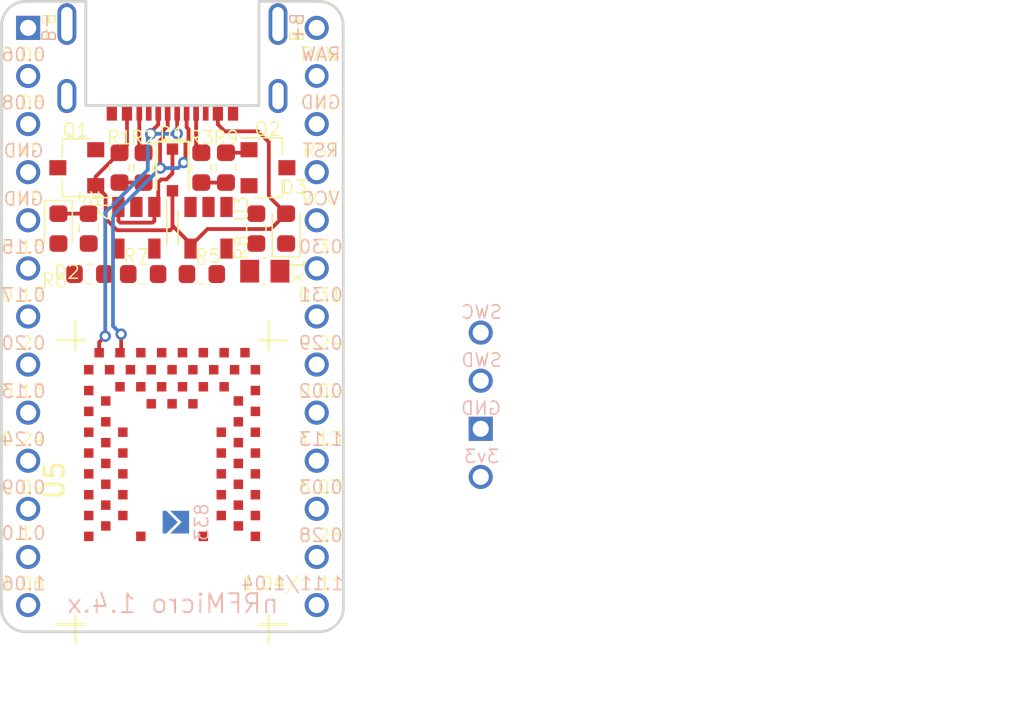
<source format=kicad_pcb>
(kicad_pcb (version 20211014) (generator pcbnew)
  (layers (0 "F.Cu" signal) (31 "B.Cu" signal) (34 "B.Paste" user) (35 "F.Paste" user) (36 "B.SilkS" user "B.Silkscreen") (37 "F.SilkS" user "F.Silkscreen") (38 "B.Mask" user) (39 "F.Mask" user) (44 "Edge.Cuts" user))
  (net 0 "")
  (net 1 "GND")
  (net 2 "RESET")
  (net 3 "/P0.02")
  (net 4 "/P0.29")
  (net 5 "/P0.30")
  (net 6 "/P0.31")
  (net 7 "/P0.10")
  (net 8 "/P0.09")
  (net 9 "VBUS")
  (net 10 "VBAT")
  (net 11 "DATA+")
  (net 12 "DATA-")
  (net 13 "/P1.13")
  (net 14 "/P1.11")
  (net 15 "/P0.20")
  (net 16 "/P0.13")
  (net 17 "/P0.15")
  (net 18 "/P0.17")
  (net 19 "/P0.24")
  (net 20 "BLUE_LED")
  (net 21 "/P0.03")
  (net 22 "/P0.28")
  (net 23 "/P0.00")
  (net 24 "/P0.01")
  (net 25 "/P1.06")
  (net 26 "/P1.04")
  (net 27 "SWC")
  (net 28 "SWD")
  (net 29 "POWER_PIN")
  (net 30 "/P0.26")
  (net 31 "CC2")
  (net 32 "CC1")
  (net 33 "EXT_VCC")
  (net 34 "Net-(D2-Pad1)")
  (net 35 "Net-(R5-Pad1)")
  (net 36 "BATTERY_PIN")
  (net 37 "Net-(R8-Pad2)")
  (net 38 "Net-(D1-Pad1)")
  (net 39 "Net-(D3-Pad1)")
  (net 40 "nRF_VDD")
  (net 41 "/P0.08")
  (net 42 "PROG")
  (net 43 "/P0.06")
  (net 45 "/P0.07")
  (net 47 "/P0.12")
  (net 49 "/P0.22")
  (net 50 "/P1.00")
  (net 51 "/P1.02")
  (footprint "nrfmicro:pro_micro" (layer "F.Cu") (at 27.7216 36.51)
    (fp_text reference "U4")
    (fp_text value "ProMicro" hide)
    (fp_text user "0.30" (at 7.8375 -4.953) (layer "B.SilkS") (effects (font (size 0.7 0.7) (thickness 0.08)) (justify mirror)))
    (fp_text user "0.15" (at -7.8613 -4.9403 180) (layer "B.SilkS") (effects (font (size 0.7 0.7) (thickness 0.08)) (justify mirror)))
    (fp_text user "RAW" (at 7.8375 -15.113) (layer "B.SilkS") (effects (font (size 0.7 0.7) (thickness 0.08)) (justify mirror)))
    (fp_text user "1.06" (at -7.8613 12.8397) (layer "B.SilkS") (effects (font (size 0.7 0.7) (thickness 0.08)) (justify mirror)))
    (fp_text user "0.09" (at -7.8613 7.7597) (layer "B.SilkS") (effects (font (size 0.7 0.7) (thickness 0.08)) (justify mirror)))
    (fp_text user "0.03" (at 7.8375 7.747 180) (layer "B.SilkS") (effects (font (size 0.7 0.7) (thickness 0.08)) (justify mirror)))
    (fp_text user "1.13" (at 7.8375 5.207) (layer "B.SilkS") (effects (font (size 0.7 0.7) (thickness 0.08)) (justify mirror)))
    (fp_text user "0.28" (at 7.8375 10.287) (layer "B.SilkS") (effects (font (size 0.7 0.7) (thickness 0.08)) (justify mirror)))
    (fp_text user "RST" (at 7.8375 -10.033 180) (layer "B.SilkS") (effects (font (size 0.7 0.7) (thickness 0.08)) (justify mirror)))
    (fp_text user "0.29" (at 7.8375 0.127) (layer "B.SilkS") (effects (font (size 0.7 0.7) (thickness 0.08)) (justify mirror)))
    (fp_text user "0.06" (at -7.8613 -15.1003) (layer "B.SilkS") (effects (font (size 0.7 0.7) (thickness 0.08)) (justify mirror)))
    (fp_text user "0.13" (at -7.8613 2.6797) (layer "B.SilkS") (effects (font (size 0.7 0.7) (thickness 0.08)) (justify mirror)))
    (fp_text user "0.20" (at -7.8613 0.1397 180) (layer "B.SilkS") (effects (font (size 0.7 0.7) (thickness 0.08)) (justify mirror)))
    (fp_text user "GND" (at -7.8613 -7.4803 180) (layer "B.SilkS") (effects (font (size 0.7 0.7) (thickness 0.08)) (justify mirror)))
    (fp_text user "GND" (at -7.8613 -10.0203 180) (layer "B.SilkS") (effects (font (size 0.7 0.7) (thickness 0.08)) (justify mirror)))
    (fp_text user "0.17" (at -7.8613 -2.4003) (layer "B.SilkS") (effects (font (size 0.7 0.7) (thickness 0.08)) (justify mirror)))
    (fp_text user "0.31" (at 7.8375 -2.413) (layer "B.SilkS") (effects (font (size 0.7 0.7) (thickness 0.08)) (justify mirror)))
    (fp_text user "1.11/1.04" (at 6.347933 12.827) (layer "B.SilkS") (effects (font (size 0.7 0.7) (thickness 0.08)) (justify mirror)))
    (fp_text user "0.08" (at -7.8613 -12.5603 180) (layer "B.SilkS") (effects (font (size 0.7 0.7) (thickness 0.08)) (justify mirror)))
    (fp_text user "0.24" (at -7.8613 5.2197 180) (layer "B.SilkS") (effects (font (size 0.7 0.7) (thickness 0.08)) (justify mirror)))
    (fp_text user "VCC" (at 7.8375 -7.493) (layer "B.SilkS") (effects (font (size 0.7 0.7) (thickness 0.08)) (justify mirror)))
    (fp_text user "GND" (at 7.8375 -12.573) (layer "B.SilkS") (effects (font (size 0.7 0.7) (thickness 0.08)) (justify mirror)))
    (fp_text user "0.02" (at 7.8375 2.667) (layer "B.SilkS") (effects (font (size 0.7 0.7) (thickness 0.08)) (justify mirror)))
    (fp_text user "0.10" (at -7.8613 10.1727 180) (layer "B.SilkS") (effects (font (size 0.7 0.7) (thickness 0.08)) (justify mirror)))
    (fp_text user "0.24" (at -7.8867 5.2197 180) (layer "F.SilkS") (effects (font (size 0.7 0.7) (thickness 0.08))))
    (fp_text user "VCC" (at 7.8105 -7.493) (layer "F.SilkS") (effects (font (size 0.7 0.7) (thickness 0.08))))
    (fp_text user "0.28" (at 7.8105 10.287) (layer "F.SilkS") (effects (font (size 0.7 0.7) (thickness 0.08))))
    (fp_text user "0.20" (at -7.8867 0.1397 180) (layer "F.SilkS") (effects (font (size 0.7 0.7) (thickness 0.08))))
    (fp_text user "0.06" (at -7.8867 -15.1003) (layer "F.SilkS") (effects (font (size 0.7 0.7) (thickness 0.08))))
    (fp_text user "0.31" (at 7.8105 -2.413) (layer "F.SilkS") (effects (font (size 0.7 0.7) (thickness 0.08))))
    (fp_text user "1.04/1.11" (at 6.347933 12.827) (layer "F.SilkS") (effects (font (size 0.7 0.7) (thickness 0.08))))
    (fp_text user "0.17" (at -7.8867 -2.4003) (layer "F.SilkS") (effects (font (size 0.7 0.7) (thickness 0.08))))
    (fp_text user "GND" (at -7.8867 -10.0203 180) (layer "F.SilkS") (effects (font (size 0.7 0.7) (thickness 0.08))))
    (fp_text user "0.13" (at -7.8867 2.6797) (layer "F.SilkS") (effects (font (size 0.7 0.7) (thickness 0.08))))
    (fp_text user "0.08" (at -7.8867 -12.5603 180) (layer "F.SilkS") (effects (font (size 0.7 0.7) (thickness 0.08))))
    (fp_text user "RAW" (at 7.8105 -15.113) (layer "F.SilkS") (effects (font (size 0.7 0.7) (thickness 0.08))))
    (fp_text user "1.13" (at 7.8105 5.207) (layer "F.SilkS") (effects (font (size 0.7 0.7) (thickness 0.08))))
    (fp_text user "0.15" (at -7.8867 -4.9403 180) (layer "F.SilkS") (effects (font (size 0.7 0.7) (thickness 0.08))))
    (fp_text user "0.29" (at 7.8105 0.127) (layer "F.SilkS") (effects (font (size 0.7 0.7) (thickness 0.08))))
    (fp_text user "RST" (at 7.8105 -10.033 180) (layer "F.SilkS") (effects (font (size 0.7 0.7) (thickness 0.08))))
    (fp_text user "GND" (at -7.8867 -7.4803 180) (layer "F.SilkS") (effects (font (size 0.7 0.7) (thickness 0.08))))
    (fp_text user "0.30" (at 7.8105 -4.953) (layer "F.SilkS") (effects (font (size 0.7 0.7) (thickness 0.08))))
    (fp_text user "GND" (at 7.8105 -12.573) (layer "F.SilkS") (effects (font (size 0.7 0.7) (thickness 0.08))))
    (fp_text user "1.06" (at -7.8867 12.8397) (layer "F.SilkS") (effects (font (size 0.7 0.7) (thickness 0.08))))
    (fp_text user "0.09" (at -7.8867 7.7597) (layer "F.SilkS") (effects (font (size 0.7 0.7) (thickness 0.08))))
    (fp_text user "0.10" (at -7.8867 10.1727 180) (layer "F.SilkS") (effects (font (size 0.7 0.7) (thickness 0.08))))
    (fp_text user "0.03" (at 7.8105 7.747 180) (layer "F.SilkS") (effects (font (size 0.7 0.7) (thickness 0.08))))
    (fp_text user "0.02" (at 7.8105 2.667) (layer "F.SilkS") (effects (font (size 0.7 0.7) (thickness 0.08))))
    (pad "1" thru_hole circle locked (at 7.62 -13.97 270) (size 1.25 1.25) (drill 0.85) (layers *.Cu *.Mask) (net 10 "VBAT"))
    (pad "2" thru_hole circle locked (at 7.62 -11.43 270) (size 1.27 1.27) (drill 0.85) (layers *.Cu *.Mask) (net 1 "GND"))
    (pad "3" thru_hole circle locked (at 7.62 -8.89 270) (size 1.27 1.27) (drill 0.85) (layers *.Cu *.Mask) (net 2 "RESET"))
    (pad "4" thru_hole circle locked (at 7.62 -6.35 270) (size 1.27 1.27) (drill 0.85) (layers *.Cu *.Mask) (net 33 "EXT_VCC"))
    (pad "5" thru_hole circle locked (at 7.62 -3.81 270) (size 1.27 1.27) (drill 0.85) (layers *.Cu *.Mask) (net 5 "/P0.30"))
    (pad "6" thru_hole circle locked (at 7.62 -1.27 270) (size 1.27 1.27) (drill 0.85) (layers *.Cu *.Mask) (net 6 "/P0.31"))
    (pad "7" thru_hole circle locked (at 7.62 1.27 270) (size 1.27 1.27) (drill 0.85) (layers *.Cu *.Mask) (net 4 "/P0.29"))
    (pad "8" thru_hole circle locked (at 7.62 3.81 270) (size 1.27 1.27) (drill 0.85) (layers *.Cu *.Mask) (net 3 "/P0.02"))
    (pad "9" thru_hole circle locked (at 7.62 6.35 270) (size 1.27 1.27) (drill 0.85) (layers *.Cu *.Mask) (net 13 "/P1.13"))
    (pad "10" thru_hole circle locked (at 7.62 8.89 270) (size 1.27 1.27) (drill 0.85) (layers *.Cu *.Mask) (net 21 "/P0.03"))
    (pad "11" thru_hole circle locked (at 7.62 11.43 270) (size 1.27 1.27) (drill 0.85) (layers *.Cu *.Mask) (net 22 "/P0.28"))
    (pad "12" thru_hole circle locked (at 7.62 13.97 270) (size 1.27 1.27) (drill 0.85) (layers *.Cu *.Mask) (net 14 "/P1.11"))
    (pad "13" thru_hole circle locked (at -7.62 -13.97 270) (size 1.27 1.27) (drill 0.85) (layers *.Cu *.Mask) (net 43 "/P0.06"))
    (pad "14" thru_hole circle locked (at -7.62 -11.43 270) (size 1.27 1.27) (drill 0.85) (layers *.Cu *.Mask) (net 41 "/P0.08"))
    (pad "15" thru_hole circle locked (at -7.62 -8.89 270) (size 1.27 1.27) (drill 0.85) (layers *.Cu *.Mask) (net 1 "GND"))
    (pad "16" thru_hole circle locked (at -7.62 -6.35 270) (size 1.27 1.27) (drill 0.85) (layers *.Cu *.Mask) (net 1 "GND"))
    (pad "17" thru_hole circle locked (at -7.62 -3.81 270) (size 1.27 1.27) (drill 0.85) (layers *.Cu *.Mask) (net 17 "/P0.15"))
    (pad "18" thru_hole circle locked (at -7.62 -1.27 270) (size 1.27 1.27) (drill 0.85) (layers *.Cu *.Mask) (net 18 "/P0.17"))
    (pad "19" thru_hole circle locked (at -7.62 1.27 270) (size 1.27 1.27) (drill 0.85) (layers *.Cu *.Mask) (net 15 "/P0.20"))
    (pad "20" thru_hole circle locked (at -7.62 3.81 270) (size 1.27 1.27) (drill 0.85) (layers *.Cu *.Mask) (net 16 "/P0.13"))
    (pad "21" thru_hole circle locked (at -7.62 6.35 270) (size 1.27 1.27) (drill 0.85) (layers *.Cu *.Mask) (net 19 "/P0.24"))
    (pad "22" thru_hole circle locked (at -7.62 8.89 270) (size 1.27 1.27) (drill 0.85) (layers *.Cu *.Mask) (net 8 "/P0.09"))
    (pad "23" thru_hole circle locked (at -7.62 11.43 270) (size 1.27 1.27) (drill 0.85) (layers *.Cu *.Mask) (net 7 "/P0.10"))
    (pad "24" thru_hole circle locked (at -7.62 13.97 270) (size 1.27 1.27) (drill 0.85) (layers *.Cu *.Mask) (net 25 "/P1.06"))
  )
  (footprint "Package_TO_SOT_SMD:SOT-23" (layer "F.Cu") (at 32.766 27.3845)
    (fp_text reference "Q2" (at -0.016 -2.0345) (layer "F.SilkS") (effects (font (size 0.7 0.7) (thickness 0.08))))
    (fp_text value "AO3407")
    (fp_line (start 0.76 -1.58) (end 0.76 -0.65) (layer "F.SilkS") (width 0.08))
    (fp_line (start 0.76 1.58) (end -0.7 1.58) (layer "F.SilkS") (width 0.08))
    (fp_line (start 0.76 1.58) (end 0.76 0.65) (layer "F.SilkS") (width 0.08))
    (fp_line (start 0.76 -1.58) (end -1.4 -1.58) (layer "F.SilkS") (width 0.08))
    (pad "1" smd rect locked (at -1 -0.95) (size 0.9 0.8) (layers "F.Cu" "F.Paste" "F.Mask") (net 29 "POWER_PIN"))
    (pad "2" smd rect locked (at -1 0.95) (size 0.9 0.8) (layers "F.Cu" "F.Paste" "F.Mask") (net 40 "nRF_VDD"))
    (pad "3" smd rect locked (at 1 0) (size 0.9 0.8) (layers "F.Cu" "F.Paste" "F.Mask") (net 33 "EXT_VCC"))
  )
  (footprint "Diode_SMD:D_SOD-323F" (layer "F.Cu") (at 27.7216 27.502 -90)
    (fp_text reference "D1" (at -1.9205 0.0216 180) (layer "F.SilkS") (effects (font (size 0.7 0.7) (thickness 0.08))))
    (fp_text value "1N5819")
    (fp_line (start -1.5 -0.85) (end 1.05 -0.85) (layer "F.SilkS") (width 0.12))
    (fp_line (start -1.5 0.85) (end 1.05 0.85) (layer "F.SilkS") (width 0.12))
    (fp_line (start -1.5 -0.85) (end -1.5 0.85) (layer "F.SilkS") (width 0.12))
    (pad "1" smd rect locked (at -1.1 0 270) (size 0.6 0.6) (layers "F.Cu" "F.Paste" "F.Mask") (net 38 "Net-(D1-Pad1)"))
    (pad "2" smd rect locked (at 1.1 0 270) (size 0.6 0.6) (layers "F.Cu" "F.Paste" "F.Mask") (net 9 "VBUS"))
  )
  (footprint "Resistor_SMD:R_0603_1608Metric" (layer "F.Cu") (at 23.3375 33)
    (fp_text reference "R6" (at -1.8375 0.35) (layer "F.SilkS") (effects (font (size 0.7 0.7) (thickness 0.08))))
    (fp_text value "820K")
    (fp_line (start -0.162779 -0.51) (end 0.162779 -0.51) (layer "F.SilkS") (width 0.08))
    (fp_line (start -0.162779 0.51) (end 0.162779 0.51) (layer "F.SilkS") (width 0.08))
    (pad "1" smd roundrect locked (at -0.7875 0) (size 0.875 0.95) (layers "F.Cu" "F.Paste" "F.Mask") (net 10 "VBAT"))
    (pad "2" smd roundrect locked (at 0.7875 0) (size 0.875 0.95) (layers "F.Cu" "F.Paste" "F.Mask") (net 36 "BATTERY_PIN"))
  )
  (footprint "Resistor_SMD:R_0603_1608Metric" (layer "F.Cu") (at 26.175 33)
    (fp_text reference "R7" (at -0.375 -0.95) (layer "F.SilkS") (effects (font (size 0.7 0.7) (thickness 0.08))))
    (fp_text value "2M")
    (fp_line (start -0.162779 0.51) (end 0.162779 0.51) (layer "F.SilkS") (width 0.08))
    (fp_line (start -0.162779 -0.51) (end 0.162779 -0.51) (layer "F.SilkS") (width 0.08))
    (pad "1" smd roundrect locked (at -0.7875 0) (size 0.875 0.95) (layers "F.Cu" "F.Paste" "F.Mask") (net 36 "BATTERY_PIN"))
    (pad "2" smd roundrect locked (at 0.7875 0) (size 0.875 0.95) (layers "F.Cu" "F.Paste" "F.Mask") (net 1 "GND"))
  )
  (footprint "Package_TO_SOT_SMD:SOT-23" (layer "F.Cu") (at 22.6695 27.3845 180)
    (fp_text reference "Q1" (at 0.0695 1.9845) (layer "F.SilkS") (effects (font (size 0.7 0.7) (thickness 0.08))))
    (fp_text value "AO3407" hide)
    (fp_line (start 0.762 -1.524) (end 0.762 -0.594) (layer "F.SilkS") (width 0.08))
    (fp_line (start 0.76 -1.524) (end -1.4 -1.524) (layer "F.SilkS") (width 0.08))
    (fp_line (start 0.76 1.524) (end -0.7 1.524) (layer "F.SilkS") (width 0.08))
    (fp_line (start 0.76 1.524) (end 0.76 0.594) (layer "F.SilkS") (width 0.08))
    (pad "1" smd rect locked (at -1 -0.95 180) (size 0.9 0.8) (layers "F.Cu" "F.Paste" "F.Mask") (net 9 "VBUS"))
    (pad "2" smd rect locked (at -1 0.95 180) (size 0.9 0.8) (layers "F.Cu" "F.Paste" "F.Mask") (net 38 "Net-(D1-Pad1)"))
    (pad "3" smd rect locked (at 1 0 180) (size 0.9 0.8) (layers "F.Cu" "F.Paste" "F.Mask") (net 10 "VBAT"))
  )
  (footprint "Resistor_SMD:R_0603_1608Metric" (layer "F.Cu") (at 23.3 30.6 -90)
    (fp_text reference "R4" (at -1.625 0 -180 unlocked) (layer "F.SilkS") (effects (font (size 0.7 0.7) (thickness 0.08))))
    (fp_text value "1K")
    (fp_line (start -0.162779 0.51) (end 0.162779 0.51) (layer "F.SilkS") (width 0.08))
    (fp_line (start -0.162779 -0.51) (end 0.162779 -0.51) (layer "F.SilkS") (width 0.08))
    (pad "1" smd roundrect locked (at -0.7875 0 270) (size 0.875 0.95) (layers "F.Cu" "F.Paste" "F.Mask") (net 34 "Net-(D2-Pad1)"))
    (pad "2" smd roundrect locked (at 0.7875 0 270) (size 0.875 0.95) (layers "F.Cu" "F.Paste" "F.Mask") (net 1 "GND"))
  )
  (footprint "Resistor_SMD:R_0603_1608Metric" (layer "F.Cu") (at 26.1976 27.382 -90)
    (fp_text reference "R2" (at -1.582 -0.0024) (layer "F.SilkS") (effects (font (size 0.7 0.7) (thickness 0.08))))
    (fp_text value "5.1K")
    (fp_line (start -0.162779 0.51) (end 0.162779 0.51) (layer "F.SilkS") (width 0.08))
    (fp_line (start -0.162779 -0.51) (end 0.162779 -0.51) (layer "F.SilkS") (width 0.08))
    (pad "1" smd roundrect locked (at -0.7875 0 270) (size 0.875 0.95) (layers "F.Cu" "F.Paste" "F.Mask") (net 31 "CC2"))
    (pad "2" smd roundrect locked (at 0.7875 0 270) (size 0.875 0.95) (layers "F.Cu" "F.Paste" "F.Mask") (net 1 "GND"))
  )
  (footprint "Resistor_SMD:R_0603_1608Metric" (layer "F.Cu") (at 29.2456 27.382 -90)
    (fp_text reference "R3" (at -1.582 -0.0044 180) (layer "F.SilkS") (effects (font (size 0.7 0.7) (thickness 0.08))))
    (fp_text value "5.1K")
    (fp_line (start -0.162779 0.51) (end 0.162779 0.51) (layer "F.SilkS") (width 0.08))
    (fp_line (start -0.162779 -0.51) (end 0.162779 -0.51) (layer "F.SilkS") (width 0.08))
    (pad "1" smd roundrect locked (at -0.7875 0 270) (size 0.875 0.95) (layers "F.Cu" "F.Paste" "F.Mask") (net 32 "CC1"))
    (pad "2" smd roundrect locked (at 0.7875 0 270) (size 0.875 0.95) (layers "F.Cu" "F.Paste" "F.Mask") (net 1 "GND"))
  )
  (footprint "LED_SMD:LED_0603_1608Metric" (layer "F.Cu") (at 21.7 30.6 -90)
    (fp_text reference "D2" (at 2.3 -0.45) (layer "F.SilkS") (effects (font (size 0.7 0.7) (thickness 0.08))))
    (fp_text value "BLUE")
    (fp_line (start -1.485 -0.735) (end -1.485 0.735) (layer "F.SilkS") (width 0.08))
    (fp_line (start 0.8 -0.735) (end -1.485 -0.735) (layer "F.SilkS") (width 0.08))
    (fp_line (start -1.485 0.735) (end 0.8 0.735) (layer "F.SilkS") (width 0.08))
    (pad "1" smd roundrect locked (at -0.7875 0 270) (size 0.875 0.95) (layers "F.Cu" "F.Paste" "F.Mask") (net 34 "Net-(D2-Pad1)"))
    (pad "2" smd roundrect locked (at 0.7875 0 270) (size 0.875 0.95) (layers "F.Cu" "F.Paste" "F.Mask") (net 20 "BLUE_LED"))
  )
  (footprint "Resistor_SMD:R_0603_1608Metric" (layer "F.Cu") (at 24.9276 27.382 -90)
    (fp_text reference "R1" (at -1.582 -0.0024 180) (layer "F.SilkS") (effects (font (size 0.7 0.7) (thickness 0.08))))
    (fp_text value "100K")
    (fp_line (start -0.162779 -0.51) (end 0.162779 -0.51) (layer "F.SilkS") (width 0.08))
    (fp_line (start -0.162779 0.51) (end 0.162779 0.51) (layer "F.SilkS") (width 0.08))
    (pad "1" smd roundrect locked (at -0.7875 0 270) (size 0.875 0.95) (layers "F.Cu" "F.Paste" "F.Mask") (net 9 "VBUS"))
    (pad "2" smd roundrect locked (at 0.7875 0 270) (size 0.875 0.95) (layers "F.Cu" "F.Paste" "F.Mask") (net 1 "GND"))
  )
  (footprint "Package_TO_SOT_SMD:SOT-23-5" (layer "F.Cu") (at 29.6266 30.557 -90)
    (fp_text reference "U3" (at -1.007 -1.7234 90) (layer "F.SilkS") (effects (font (size 0.7 0.7) (thickness 0.08))))
    (fp_text value "TP4054")
    (fp_line (start -0.9 1.61) (end 0.9 1.61) (layer "F.SilkS") (width 0.08))
    (pad "1" smd rect locked (at -1.1 -0.95 270) (size 1.06 0.65) (layers "F.Cu" "F.Paste" "F.Mask") (net 37 "Net-(R8-Pad2)"))
    (pad "2" smd rect locked (at -1.1 0 270) (size 1.06 0.65) (layers "F.Cu" "F.Paste" "F.Mask") (net 1 "GND"))
    (pad "3" smd rect locked (at -1.1 0.95 270) (size 1.06 0.65) (layers "F.Cu" "F.Paste" "F.Mask") (net 10 "VBAT"))
    (pad "4" smd rect locked (at 1.1 0.95 270) (size 1.06 0.65) (layers "F.Cu" "F.Paste" "F.Mask") (net 9 "VBUS"))
    (pad "5" smd rect locked (at 1.1 -0.95 270) (size 1.06 0.65) (layers "F.Cu" "F.Paste" "F.Mask") (net 35 "Net-(R5-Pad1)"))
  )
  (footprint "Resistor_SMD:R_0603_1608Metric" (layer "F.Cu") (at 29.275 33 180)
    (fp_text reference "R5" (at -0.325 0.95) (layer "F.SilkS") (effects (font (size 0.7 0.7) (thickness 0.08))))
    (fp_text value "RPROG")
    (fp_line (start -0.162779 0.51) (end 0.162779 0.51) (layer "F.SilkS") (width 0.08))
    (fp_line (start -0.162779 -0.51) (end 0.162779 -0.51) (layer "F.SilkS") (width 0.08))
    (pad "1" smd roundrect locked (at -0.7875 0 180) (size 0.875 0.95) (layers "F.Cu" "F.Paste" "F.Mask") (net 35 "Net-(R5-Pad1)"))
    (pad "2" smd roundrect locked (at 0.7875 0 180) (size 0.875 0.95) (layers "F.Cu" "F.Paste" "F.Mask") (net 1 "GND"))
  )
  (footprint "Resistor_SMD:R_0603_1608Metric" (layer "F.Cu") (at 30.55 27.382 -90)
    (fp_text reference "R9" (at -1.582 0 180) (layer "F.SilkS") (effects (font (size 0.7 0.7) (thickness 0.08))))
    (fp_text value "2M")
    (fp_line (start -0.162779 -0.51) (end 0.162779 -0.51) (layer "F.SilkS") (width 0.08))
    (fp_line (start -0.162779 0.51) (end 0.162779 0.51) (layer "F.SilkS") (width 0.08))
    (pad "1" smd roundrect locked (at -0.7875 0 270) (size 0.875 0.95) (layers "F.Cu" "F.Paste" "F.Mask") (net 29 "POWER_PIN"))
    (pad "2" smd roundrect locked (at 0.7875 0 270) (size 0.875 0.95) (layers "F.Cu" "F.Paste" "F.Mask") (net 1 "GND"))
  )
  (footprint "nrfmicro:connector_bat" (layer "F.Cu") (at 27.7216 20 180)
    (fp_text reference "J3")
    (fp_text value "Conn_01x02")
    (fp_text user "B-" (at 6.5716 0.0216 270 unlocked) (layer "B.SilkS") (effects (font (size 0.7 0.7) (thickness 0.08)) (justify mirror)))
    (fp_text user "B+" (at -6.5784 0.021599 90) (layer "B.SilkS") (effects (font (size 0.7 0.7) (thickness 0.08)) (justify mirror)))
    (fp_text user "B-" (at 6.5716 0.0216 270 unlocked) (layer "F.SilkS") (effects (font (size 0.7 0.7) (thickness 0.08))))
    (fp_text user "B+" (at -6.5784 0.021599 90) (layer "F.SilkS") (effects (font (size 0.7 0.7) (thickness 0.08))))
    (pad "1" thru_hole circle locked (at -7.62 0 270) (size 1.27 1.27) (drill 0.85) (layers *.Cu *.Mask) (net 10 "VBAT"))
    (pad "2" thru_hole rect locked (at 7.62 0 180) (size 1.27 1.27) (drill 0.85) (layers *.Cu *.Mask) (net 1 "GND"))
  )
  (footprint "nrfmicro:connector_swd" (layer "F.Cu") (at 44.002533 43.712775 180)
    (fp_text reference "J2" hide)
    (fp_text value "Conn_01x04")
    (fp_text user "3v3" (at -0.05 1.084 unlocked) (layer "B.SilkS") (effects (font (size 0.7 0.7) (thickness 0.08)) (justify mirror)))
    (fp_text user "SWC" (at -0.05 8.704 unlocked) (layer "B.SilkS") (effects (font (size 0.7 0.7) (thickness 0.08)) (justify mirror)))
    (fp_text user "SWD" (at -0.05 6.164 unlocked) (layer "B.SilkS") (effects (font (size 0.7 0.7) (thickness 0.08)) (justify mirror)))
    (fp_text user "GND" (at -0.016 3.624 unlocked) (layer "B.SilkS") (effects (font (size 0.7 0.7) (thickness 0.08)) (justify mirror)))
    (pad "1" thru_hole oval locked (at 0 0 180) (size 1.27 1.27) (drill 0.85) (layers *.Cu *.Mask) (net 40 "nRF_VDD"))
    (pad "2" thru_hole rect locked (at 0 2.54 180) (size 1.27 1.27) (drill 0.85) (layers *.Cu *.Mask) (net 1 "GND"))
    (pad "3" thru_hole oval locked (at 0 5.08 180) (size 1.27 1.27) (drill 0.85) (layers *.Cu *.Mask) (net 28 "SWD"))
    (pad "4" thru_hole oval locked (at 0 7.62 180) (size 1.27 1.27) (drill 0.85) (layers *.Cu *.Mask) (net 27 "SWC"))
  )
  (footprint "Package_TO_SOT_SMD:SOT-23-5" (layer "F.Cu") (at 25.8166 30.557 -90)
    (fp_text reference "U2" (at -1.057 1.7166 -90 unlocked) (layer "F.SilkS") (effects (font (size 0.7 0.7) (thickness 0.08))))
    (fp_text value "AP2112K-3.3")
    (fp_line (start 0.9 -1.61) (end -1.55 -1.61) (layer "F.SilkS") (width 0.08))
    (pad "1" smd rect locked (at -1.1 -0.95 270) (size 1.06 0.65) (layers "F.Cu" "F.Paste" "F.Mask") (net 38 "Net-(D1-Pad1)"))
    (pad "2" smd rect locked (at -1.1 0 270) (size 1.06 0.65) (layers "F.Cu" "F.Paste" "F.Mask") (net 1 "GND"))
    (pad "3" smd rect locked (at -1.1 0.95 270) (size 1.06 0.65) (layers "F.Cu" "F.Paste" "F.Mask") (net 38 "Net-(D1-Pad1)"))
    (pad "4" smd rect locked (at 1.1 0.95 270) (size 1.06 0.65) (layers "F.Cu" "F.Paste" "F.Mask"))
    (pad "5" smd rect locked (at 1.1 -0.95 270) (size 1.06 0.65) (layers "F.Cu" "F.Paste" "F.Mask") (net 40 "nRF_VDD"))
  )
  (footprint "Crystal:Crystal_SMD_MicroCrystal_CM9V-T1A-2Pin_1.6x1.0mm" (layer "F.Cu") (at 32.6 32.85)
    (fp_text reference "X1" (at 1.75 0 90) (layer "F.SilkS") (effects (font (size 0.7 0.7) (thickness 0.08))))
    (fp_text value "32768kHz")
    (fp_line (start -0.1 0.7) (end 0.1 0.7) (layer "F.SilkS") (width 0.08))
    (fp_line (start -0.1 -0.7) (end 0.1 -0.7) (layer "F.SilkS") (width 0.08))
    (pad "1" smd rect locked (at -0.8 0) (size 1 1.2) (layers "F.Cu" "F.Paste" "F.Mask") (net 24 "/P0.01"))
    (pad "2" smd rect locked (at 0.8 0) (size 1 1.2) (layers "F.Cu" "F.Paste" "F.Mask") (net 23 "/P0.00"))
  )
  (footprint "Resistor_SMD:R_0603_1608Metric" (layer "F.Cu") (at 32.15 30.6 90)
    (fp_text reference "R8" (at -1 -0.8 270) (layer "F.SilkS") (effects (font (size 0.7 0.7) (thickness 0.08))))
    (fp_text value "1K")
    (fp_line (start -0.162779 0.51) (end 0.162779 0.51) (layer "F.SilkS") (width 0.08))
    (fp_line (start -0.162779 -0.51) (end 0.162779 -0.51) (layer "F.SilkS") (width 0.08))
    (pad "1" smd roundrect locked (at -0.7875 0 90) (size 0.875 0.95) (layers "F.Cu" "F.Paste" "F.Mask") (net 39 "Net-(D3-Pad1)"))
    (pad "2" smd roundrect locked (at 0.7875 0 90) (size 0.875 0.95) (layers "F.Cu" "F.Paste" "F.Mask") (net 37 "Net-(R8-Pad2)"))
  )
  (footprint "LED_SMD:LED_0603_1608Metric" (layer "F.Cu") (at 33.725 30.6 90)
    (fp_text reference "D3" (at 2.2 0.425 180) (layer "F.SilkS") (effects (font (size 0.7 0.7) (thickness 0.08))))
    (fp_text value "RED")
    (fp_line (start -1.485 -0.735) (end -1.485 0.735) (layer "F.SilkS") (width 0.08))
    (fp_line (start 0.8 -0.735) (end -1.485 -0.735) (layer "F.SilkS") (width 0.08))
    (fp_line (start -1.485 0.735) (end 0.8 0.735) (layer "F.SilkS") (width 0.08))
    (pad "1" smd roundrect locked (at -0.7875 0 90) (size 0.875 0.95) (layers "F.Cu" "F.Paste" "F.Mask") (net 39 "Net-(D3-Pad1)"))
    (pad "2" smd roundrect locked (at 0.7875 0 90) (size 0.875 0.95) (layers "F.Cu" "F.Paste" "F.Mask") (net 9 "VBUS"))
  )
  (footprint "nrfmicro:USB-C_C168688" (layer "F.Cu") (at 27.72645 24.09875)
    (fp_text reference "J1" hide)
    (fp_text value "USB-C USB 2.0 MC-372")
    (pad "A1" smd rect (at 3.195 0.4) (size 0.54 0.8) (layers "F.Cu" "F.Paste" "F.Mask") (net 1 "GND") (clearance 0.15))
    (pad "A1" smd rect (at -3.205 0.4) (size 0.54 0.8) (layers "F.Cu" "F.Paste" "F.Mask") (net 1 "GND") (clearance 0.15))
    (pad "A4" smd rect (at -2.405 0.4) (size 0.54 0.8) (layers "F.Cu" "F.Paste" "F.Mask") (net 9 "VBUS") (clearance 0.15))
    (pad "A4" smd rect (at 2.395 0.4) (size 0.54 0.8) (layers "F.Cu" "F.Paste" "F.Mask") (net 9 "VBUS") (clearance 0.15))
    (pad "A5" smd rect (at 1.245 0.4) (size 0.3 0.8) (layers "F.Cu" "F.Paste" "F.Mask") (net 32 "CC1") (clearance 0.15))
    (pad "A6" smd rect (at 0.245 0.4) (size 0.3 0.8) (layers "F.Cu" "F.Paste" "F.Mask") (net 11 "DATA+") (clearance 0.15))
    (pad "A7" smd rect (at -0.255 0.4) (size 0.3 0.8) (layers "F.Cu" "F.Paste" "F.Mask") (net 12 "DATA-") (clearance 0.15))
    (pad "A8" smd rect (at -1.255 0.4) (size 0.3 0.8) (layers "F.Cu" "F.Paste" "F.Mask") (clearance 0.15))
    (pad "B5" smd rect (at -1.755 0.4) (size 0.3 0.8) (layers "F.Cu" "F.Paste" "F.Mask") (net 31 "CC2") (clearance 0.15))
    (pad "B6" smd rect (at -0.755 0.4) (size 0.3 0.8) (layers "F.Cu" "F.Paste" "F.Mask") (net 11 "DATA+") (clearance 0.15))
    (pad "B7" smd rect (at 0.745 0.4) (size 0.3 0.8) (layers "F.Cu" "F.Paste" "F.Mask") (net 12 "DATA-") (clearance 0.15))
    (pad "B8" smd rect (at 1.753 0.4) (size 0.3 0.8) (layers "F.Cu" "F.Paste" "F.Mask") (clearance 0.15))
    (pad "S1" thru_hole oval (at -5.5803 -4.3) (size 1 2.2) (drill oval 0.6 1.8) (layers *.Cu *.Mask "F.Paste") (net 1 "GND"))
    (pad "S1" thru_hole oval (at 5.5703 -4.3) (size 1 2.2) (drill oval 0.6 1.8) (layers *.Cu *.Mask "F.Paste") (net 1 "GND"))
    (pad "S1" thru_hole oval (at 5.5706 -0.5) (size 1 1.8) (drill oval 0.6 1.4) (layers *.Cu *.Mask "F.Paste") (net 1 "GND"))
    (pad "S1" thru_hole oval (at -5.5803 -0.5) (size 1 1.8) (drill oval 0.6 1.4) (layers *.Cu *.Mask "F.Paste") (net 1 "GND"))
  )
  (footprint "nrfmicro:BMD-340" (layer "F.Cu") (at 27.702533 44.002775 90)
    (fp_text reference "U5" (at 0.1 -6.2 90) (layer "F.SilkS"))
    (fp_text value "BMD-340")
    (fp_line (start -7.5 -4.6) (end -7.5 -6.1) (layer "F.SilkS") (width 0.12))
    (fp_line (start 7 -5.1) (end 8.5 -5.1) (layer "F.SilkS") (width 0.12))
    (fp_line (start -7 -5.1) (end -8.5 -5.1) (layer "F.SilkS") (width 0.12))
    (fp_line (start 7 5.1) (end 8.5 5.1) (layer "F.SilkS") (width 0.12))
    (fp_line (start -7 5.1) (end -8.5 5.1) (layer "F.SilkS") (width 0.12))
    (fp_line (start 7.5 4.6) (end 7.5 6.1) (layer "F.SilkS") (width 0.12))
    (fp_line (start 7.5 -6.1) (end 7.5 -4.6) (layer "F.SilkS") (width 0.12))
    (fp_line (start -7.5 4.6) (end -7.5 6.1) (layer "F.SilkS") (width 0.12))
    (pad "1" smd rect locked (at -2.85 4.4 90) (size 0.5 0.5) (layers "F.Cu" "F.Paste" "F.Mask") (net 1 "GND"))
    (pad "2" smd rect locked (at -2.3 3.5 90) (size 0.5 0.5) (layers "F.Cu" "F.Paste" "F.Mask") (net 1 "GND"))
    (pad "3" smd rect locked (at -1.75 4.4 90) (size 0.5 0.5) (layers "F.Cu" "F.Paste" "F.Mask") (net 1 "GND"))
    (pad "4" smd rect locked (at -1.2 3.5 90) (size 0.5 0.5) (layers "F.Cu" "F.Paste" "F.Mask") (net 1 "GND"))
    (pad "5" smd rect locked (at -0.65 4.4 90) (size 0.5 0.5) (layers "F.Cu" "F.Paste" "F.Mask") (net 1 "GND"))
    (pad "6" smd rect locked (at -0.1 3.5 90) (size 0.5 0.5) (layers "F.Cu" "F.Paste" "F.Mask"))
    (pad "7" smd rect locked (at 0.45 4.4 90) (size 0.5 0.5) (layers "F.Cu" "F.Paste" "F.Mask") (net 30 "/P0.26"))
    (pad "8" smd rect locked (at 1 3.5 90) (size 0.5 0.5) (layers "F.Cu" "F.Paste" "F.Mask"))
    (pad "9" smd rect locked (at 1.55 4.4 90) (size 0.5 0.5) (layers "F.Cu" "F.Paste" "F.Mask") (net 22 "/P0.28"))
    (pad "10" smd rect locked (at 2.1 3.5 90) (size 0.5 0.5) (layers "F.Cu" "F.Paste" "F.Mask") (net 4 "/P0.29"))
    (pad "11" smd rect locked (at 2.65 4.4 90) (size 0.5 0.5) (layers "F.Cu" "F.Paste" "F.Mask") (net 5 "/P0.30"))
    (pad "12" smd rect locked (at 3.2 3.5 90) (size 0.5 0.5) (layers "F.Cu" "F.Paste" "F.Mask") (net 6 "/P0.31"))
    (pad "13" smd rect locked (at 3.75 4.4 90) (size 0.5 0.5) (layers "F.Cu" "F.Paste" "F.Mask") (net 23 "/P0.00"))
    (pad "14" smd rect locked (at 4.3 3.5 90) (size 0.5 0.5) (layers "F.Cu" "F.Paste" "F.Mask") (net 24 "/P0.01"))
    (pad "15" smd rect locked (at 4.85 4.4 90) (size 0.5 0.5) (layers "F.Cu" "F.Paste" "F.Mask") (net 3 "/P0.02"))
    (pad "16" smd rect locked (at 5.95 4.4 90) (size 0.5 0.5) (layers "F.Cu" "F.Paste" "F.Mask") (net 1 "GND"))
    (pad "17" smd rect locked (at 5.95 3.3 90) (size 0.5 0.5) (layers "F.Cu" "F.Paste" "F.Mask") (net 40 "nRF_VDD"))
    (pad "18" smd rect locked (at 5.05 2.75 90) (size 0.5 0.5) (layers "F.Cu" "F.Paste" "F.Mask") (net 1 "GND"))
    (pad "19" smd rect locked (at 5.95 2.2 90) (size 0.5 0.5) (layers "F.Cu" "F.Paste" "F.Mask") (net 21 "/P0.03"))
    (pad "20" smd rect locked (at 5.05 1.65 90) (size 0.5 0.5) (layers "F.Cu" "F.Paste" "F.Mask") (net 36 "BATTERY_PIN"))
    (pad "21" smd rect locked (at 5.95 1.1 90) (size 0.5 0.5) (layers "F.Cu" "F.Paste" "F.Mask") (net 42 "PROG"))
    (pad "22" smd rect locked (at 5.05 0.55 90) (size 0.5 0.5) (layers "F.Cu" "F.Paste" "F.Mask") (net 43 "/P0.06"))
    (pad "23" smd rect locked (at 5.95 0 90) (size 0.5 0.5) (layers "F.Cu" "F.Paste" "F.Mask") (net 45 "/P0.07"))
    (pad "24" smd rect locked (at 5.05 -0.55 90) (size 0.5 0.5) (layers "F.Cu" "F.Paste" "F.Mask") (net 41 "/P0.08"))
    (pad "25" smd rect locked (at 5.95 -1.1 90) (size 0.5 0.5) (layers "F.Cu" "F.Paste" "F.Mask") (net 8 "/P0.09"))
    (pad "26" smd rect locked (at 5.05 -1.65 90) (size 0.5 0.5) (layers "F.Cu" "F.Paste" "F.Mask") (net 7 "/P0.10"))
    (pad "27" smd rect locked (at 5.95 -2.2 90) (size 0.5 0.5) (layers "F.Cu" "F.Paste" "F.Mask"))
    (pad "28" smd rect locked (at 5.05 -2.75 90) (size 0.5 0.5) (layers "F.Cu" "F.Paste" "F.Mask") (net 47 "/P0.12"))
    (pad "29" smd rect locked (at 5.95 -3.3 90) (size 0.5 0.5) (layers "F.Cu" "F.Paste" "F.Mask") (net 1 "GND"))
    (pad "30" smd rect locked (at 5.95 -4.4 90) (size 0.5 0.5) (layers "F.Cu" "F.Paste" "F.Mask") (net 1 "GND"))
    (pad "31" smd rect locked (at 4.85 -4.4 90) (size 0.5 0.5) (layers "F.Cu" "F.Paste" "F.Mask") (net 16 "/P0.13"))
    (pad "32" smd rect locked (at 4.3 -3.5 90) (size 0.5 0.5) (layers "F.Cu" "F.Paste" "F.Mask"))
    (pad "33" smd rect locked (at 3.75 -4.4 90) (size 0.5 0.5) (layers "F.Cu" "F.Paste" "F.Mask") (net 17 "/P0.15"))
    (pad "34" smd rect locked (at 3.2 -3.5 90) (size 0.5 0.5) (layers "F.Cu" "F.Paste" "F.Mask"))
    (pad "35" smd rect locked (at 2.65 -4.4 90) (size 0.5 0.5) (layers "F.Cu" "F.Paste" "F.Mask") (net 18 "/P0.17"))
    (pad "36" smd rect locked (at 2.1 -3.5 90) (size 0.5 0.5) (layers "F.Cu" "F.Paste" "F.Mask"))
    (pad "37" smd rect locked (at 1.55 -4.4 90) (size 0.5 0.5) (layers "F.Cu" "F.Paste" "F.Mask"))
    (pad "38" smd rect locked (at 1 -3.5 90) (size 0.5 0.5) (layers "F.Cu" "F.Paste" "F.Mask") (net 15 "/P0.20"))
    (pad "39" smd rect locked (at 0.45 -4.4 90) (size 0.5 0.5) (layers "F.Cu" "F.Paste" "F.Mask") (net 2 "RESET"))
    (pad "40" smd rect locked (at -0.1 -3.5 90) (size 0.5 0.5) (layers "F.Cu" "F.Paste" "F.Mask") (net 49 "/P0.22"))
    (pad "41" smd rect locked (at -0.65 -4.4 90) (size 0.5 0.5) (layers "F.Cu" "F.Paste" "F.Mask"))
    (pad "42" smd rect locked (at -1.2 -3.5 90) (size 0.5 0.5) (layers "F.Cu" "F.Paste" "F.Mask") (net 19 "/P0.24"))
    (pad "43" smd rect locked (at -1.75 -4.4 90) (size 0.5 0.5) (layers "F.Cu" "F.Paste" "F.Mask") (net 27 "SWC"))
    (pad "44" smd rect locked (at -2.3 -3.5 90) (size 0.5 0.5) (layers "F.Cu" "F.Paste" "F.Mask") (net 28 "SWD"))
    (pad "45" smd rect locked (at -2.85 -4.4 90) (size 0.5 0.5) (layers "F.Cu" "F.Paste" "F.Mask") (net 1 "GND"))
    (pad "46" smd rect locked (at -2.85 -1.65 90) (size 0.5 0.5) (layers "F.Cu" "F.Paste" "F.Mask") (net 1 "GND"))
    (pad "47" smd rect locked (at -2.85 1.65 90) (size 0.5 0.5) (layers "F.Cu" "F.Paste" "F.Mask") (net 1 "GND"))
    (pad "48" smd rect locked (at -1.75 2.6 90) (size 0.5 0.5) (layers "F.Cu" "F.Paste" "F.Mask"))
    (pad "49" smd rect locked (at -0.65 2.6 90) (size 0.5 0.5) (layers "F.Cu" "F.Paste" "F.Mask") (net 25 "/P1.06"))
    (pad "50" smd rect locked (at 0.45 2.6 90) (size 0.5 0.5) (layers "F.Cu" "F.Paste" "F.Mask"))
    (pad "51" smd rect locked (at 1.55 2.6 90) (size 0.5 0.5) (layers "F.Cu" "F.Paste" "F.Mask"))
    (pad "52" smd rect locked (at 2.65 2.6 90) (size 0.5 0.5) (layers "F.Cu" "F.Paste" "F.Mask") (net 29 "POWER_PIN"))
    (pad "53" smd rect locked (at 4.15 1.1 90) (size 0.5 0.5) (layers "F.Cu" "F.Paste" "F.Mask") (net 20 "BLUE_LED"))
    (pad "54" smd rect locked (at 4.15 0 90) (size 0.5 0.5) (layers "F.Cu" "F.Paste" "F.Mask") (net 14 "/P1.11"))
    (pad "55" smd rect locked (at 4.15 -1.1 90) (size 0.5 0.5) (layers "F.Cu" "F.Paste" "F.Mask") (net 1 "GND"))
    (pad "56" smd rect locked (at 2.65 -2.6 90) (size 0.5 0.5) (layers "F.Cu" "F.Paste" "F.Mask") (net 50 "/P1.00"))
    (pad "57" smd rect locked (at 1.55 -2.6 90) (size 0.5 0.5) (layers "F.Cu" "F.Paste" "F.Mask"))
    (pad "58" smd rect locked (at 0.45 -2.6 90) (size 0.5 0.5) (layers "F.Cu" "F.Paste" "F.Mask") (net 51 "/P1.02"))
    (pad "59" smd rect locked (at -0.65 -2.6 90) (size 0.5 0.5) (layers "F.Cu" "F.Paste" "F.Mask"))
    (pad "60" smd rect locked (at -1.75 -2.6 90) (size 0.5 0.5) (layers "F.Cu" "F.Paste" "F.Mask") (net 26 "/P1.04"))
    (pad "61" smd rect locked (at 6.85 3.85 90) (size 0.5 0.5) (layers "F.Cu" "F.Paste" "F.Mask"))
    (pad "62" smd rect locked (at 6.85 2.75 90) (size 0.5 0.5) (layers "F.Cu" "F.Paste" "F.Mask") (net 13 "/P1.13"))
    (pad "63" smd rect locked (at 6.85 1.65 90) (size 0.5 0.5) (layers "F.Cu" "F.Paste" "F.Mask"))
    (pad "64" smd rect locked (at 6.85 0.55 90) (size 0.5 0.5) (layers "F.Cu" "F.Paste" "F.Mask"))
    (pad "65" smd rect locked (at 6.85 -0.55 90) (size 0.5 0.5) (layers "F.Cu" "F.Paste" "F.Mask") (net 40 "nRF_VDD"))
    (pad "66" smd rect locked (at 6.85 -1.65 90) (size 0.5 0.5) (layers "F.Cu" "F.Paste" "F.Mask") (net 9 "VBUS"))
    (pad "67" smd rect locked (at 6.85 -2.75 90) (size 0.5 0.5) (layers "F.Cu" "F.Paste" "F.Mask") (net 12 "DATA-"))
    (pad "68" smd rect locked (at 6.85 -3.85 90) (size 0.5 0.5) (layers "F.Cu" "F.Paste" "F.Mask") (net 11 "DATA+"))
  )
  (footprint "nrfmicro:Jumper_SMD" (layer "B.Cu") (at 27.702533 46.102775 -90)
    (fp_text reference "JP1")
    (fp_text value "SolderJumper_2_Open" hide)
    (fp_text user "833" (at 0 -1.562 -270 unlocked) (layer "B.SilkS") (effects (font (size 0.7 0.7) (thickness 0.08)) (justify mirror)))
    (pad "1" smd custom locked (at 0 0.1 270) (size 0.1 0.1) (layers "B.Cu" "B.Mask") (net 26 "/P1.04") (clearance 0.14) (options (clearance outline) (anchor rect)) (primitives (gr_poly (pts (xy 0.6 0.2) (xy 0.6 0.4) (xy -0.6 0.4) (xy -0.6 0.2) (xy 0 -0.4)) (width 0) (fill yes))))
    (pad "2" smd custom locked (at 0 -0.8 270) (size 0.1 0.1) (layers "B.Cu" "B.Mask") (net 14 "/P1.11") (clearance 0.14) (options (clearance outline) (anchor rect)) (primitives (gr_poly (pts (xy 0.6 0.9) (xy 0 0.3) (xy -0.6 0.9) (xy -0.6 -0.1) (xy 0.6 -0.1)) (width 0) (fill yes))))
  )
  (gr_line (start 36.737 19.873) (end 36.7497 50.6197) (layer "Edge.Cuts") (width 0.15))
  (gr_line (start 32.291533 18.602775) (end 35.467 18.603) (layer "Edge.Cuts") (width 0.15))
  (gr_line (start 19.973 18.603) (end 23.147533 18.602775) (layer "Edge.Cuts") (width 0.15))
  (gr_line (start 18.6903 50.6197) (end 18.703 19.873) (layer "Edge.Cuts") (width 0.15))
  (gr_line (start 32.291533 24.1) (end 32.291533 18.602775) (layer "Edge.Cuts") (width 0.15))
  (gr_line (start 23.147533 18.602775) (end 23.147533 24.1) (layer "Edge.Cuts") (width 0.15))
  (gr_line (start 35.4797 51.8897) (end 19.9603 51.8897) (layer "Edge.Cuts") (width 0.15))
  (gr_arc (start 35.467 18.603) (mid 36.365026 18.974974) (end 36.737 19.873) (layer "Edge.Cuts") (width 0.15))
  (gr_arc (start 18.703 19.873) (mid 19.074974 18.974974) (end 19.973 18.603) (layer "Edge.Cuts") (width 0.15))
  (gr_arc (start 19.9603 51.8897) (mid 19.062274 51.517726) (end 18.6903 50.6197) (layer "Edge.Cuts") (width 0.15))
  (gr_arc (start 36.7497 50.6197) (mid 36.377726 51.517726) (end 35.4797 51.8897) (layer "Edge.Cuts") (width 0.15))
  (gr_line (start 23.147533 24.1) (end 32.291533 24.1) (layer "Edge.Cuts") (width 0.15))
  (gr_text "nRFMicro 1.4.x" (at 27.74286 50.4) (layer "B.SilkS") (effects (font (size 1 1) (thickness 0.1)) (justify mirror)))
  (segment (start 24.9276 28.1695) (end 26.1976 28.1695) (width 0.2) (layer "F.Cu") (net 1))
  (segment (start 29.2456 28.1695) (end 30.55 28.1695) (width 0.2) (layer "F.Cu") (net 1))
  (segment (start 30.485475 25.462775) (end 32.243297 25.462775) (width 0.2) (layer "F.Cu") (net 9))
  (segment (start 32.812533 26.032011) (end 32.812533 28.900033) (width 0.2) (layer "F.Cu") (net 9))
  (segment (start 28.6766 31.657) (end 28.6766 31.396842) (width 0.2) (layer "F.Cu") (net 9))
  (segment (start 33.725 29.8125) (end 32.914725 30.622775) (width 0.2) (layer "F.Cu") (net 9))
  (segment (start 28.6766 31.396842) (end 27.782533 30.502775) (width 0.2) (layer "F.Cu") (net 9))
  (segment (start 32.812533 28.900033) (end 33.725 29.8125) (width 0.2) (layer "F.Cu") (net 9))
  (segment (start 24.192533 30.077926) (end 24.800629 30.686022) (width 0.2) (layer "F.Cu") (net 9))
  (segment (start 23.6695 27.8526) (end 23.6695 28.3345) (width 0.2) (layer "F.Cu") (net 9))
  (segment (start 29.572533 30.622775) (end 28.6766 31.518708) (width 0.2) (layer "F.Cu") (net 9))
  (segment (start 27.7216 28.602) (end 27.7216 30.441842) (width 0.2) (layer "F.Cu") (net 9))
  (segment (start 25.32145 24.49875) (end 25.32145 26.20065) (width 0.2) (layer "F.Cu") (net 9))
  (segment (start 24.9276 26.5945) (end 23.6695 27.8526) (width 0.2) (layer "F.Cu") (net 9))
  (segment (start 30.12145 24.49875) (end 30.12145 25.09875) (width 0.2) (layer "F.Cu") (net 9))
  (segment (start 32.914725 30.622775) (end 29.572533 30.622775) (width 0.2) (layer "F.Cu") (net 9))
  (segment (start 30.12145 25.09875) (end 30.485475 25.462775) (width 0.2) (layer "F.Cu") (net 9))
  (segment (start 32.243297 25.462775) (end 32.812533 26.032011) (width 0.2) (layer "F.Cu") (net 9))
  (segment (start 27.599286 30.686022) (end 27.782533 30.502775) (width 0.2) (layer "F.Cu") (net 9))
  (segment (start 25.32145 26.20065) (end 24.9276 26.5945) (width 0.2) (layer "F.Cu") (net 9))
  (segment (start 24.800629 30.686022) (end 27.599286 30.686022) (width 0.2) (layer "F.Cu") (net 9))
  (segment (start 23.6695 28.3345) (end 24.192533 28.857533) (width 0.2) (layer "F.Cu") (net 9))
  (segment (start 27.7216 30.441842) (end 27.782533 30.502775) (width 0.2) (layer "F.Cu") (net 9))
  (segment (start 28.6766 31.518708) (end 28.6766 31.657) (width 0.2) (layer "F.Cu") (net 9))
  (segment (start 24.192533 28.857533) (end 24.192533 30.077926) (width 0.2) (layer "F.Cu") (net 9))
  (segment (start 23.852533 37.152775) (end 23.852533 36.602775) (width 0.2) (layer "F.Cu") (net 11))
  (segment (start 26.5716 25.508) (end 26.5716 25.595497) (width 0.2) (layer "F.Cu") (net 11))
  (segment (start 23.852533 36.602775) (end 24.172533 36.282775) (width 0.2) (layer "F.Cu") (net 11))
  (segment locked (start 26.5716 25.508) (end 26.9716 25.108) (width 0.2) (layer "F.Cu") (net 11))
  (segment locked (start 27.9716 24.73) (end 27.9716 25.593898) (width 0.2) (layer "F.Cu") (net 11))
  (segment locked (start 26.9716 25.108) (end 26.9716 24.5) (width 0.2) (layer "F.Cu") (net 11))
  (via (at 24.172533 36.282775) (size 0.6) (drill 0.33) (layers "F.Cu" "B.Cu") (net 11))
  (via (at 26.5716 25.595497) (size 0.6) (drill 0.33) (layers "F.Cu" "B.Cu") (net 11))
  (via (at 27.972533 25.582775) (size 0.6) (drill 0.33) (layers "F.Cu" "B.Cu") (net 11))
  (segment locked (start 26.5716 25.595497) (end 27.969999 25.595497) (width 0.2) (layer "B.Cu") (net 11))
  (segment (start 24.172533 36.282775) (end 24.172533 29.748773) (width 0.2) (layer "B.Cu") (net 11))
  (segment (start 26.422533 25.744564) (end 26.5716 25.595497) (width 0.2) (layer "B.Cu") (net 11))
  (segment (start 26.422533 27.498773) (end 26.422533 25.744564) (width 0.2) (layer "B.Cu") (net 11))
  (segment (start 24.172533 29.748773) (end 26.422533 27.498773) (width 0.2) (layer "B.Cu") (net 11))
  (segment locked (start 27.0676 25.947335) (end 27.2176 25.797335) (width 0.2) (layer "F.Cu") (net 12))
  (segment locked (start 28.569511 25.347171) (end 28.4716 25.24926) (width 0.2) (layer "F.Cu") (net 12))
  (segment (start 27.0676 27.232) (end 27.0676 27.389966) (width 0.2) (layer "F.Cu") (net 12))
  (segment locked (start 27.0676 27.232) (end 27.0676 25.947335) (width 0.2) (layer "F.Cu") (net 12))
  (segment locked (start 28.4716 25.24926) (end 28.4716 24.6) (width 0.2) (layer "F.Cu") (net 12))
  (segment locked (start 27.2176 25.797335) (end 27.2176 25.442) (width 0.2) (layer "F.Cu") (net 12))
  (segment (start 25.012533 36.172775) (end 25.012533 37.092775) (width 0.2) (layer "F.Cu") (net 12))
  (segment locked (start 28.569511 25.940089) (end 28.569511 25.347171) (width 0.2) (layer "F.Cu") (net 12))
  (segment locked (start 27.4716 25.188) (end 27.4716 24.6) (width 0.2) (layer "F.Cu") (net 12))
  (segment (start 27.0676 27.389966) (end 27.081967 27.404333) (width 0.2) (layer "F.Cu") (net 12))
  (segment (start 25.012533 37.092775) (end 24.952533 37.152775) (width 0.2) (layer "F.Cu") (net 12))
  (segment locked (start 27.2176 25.442) (end 27.4716 25.188) (width 0.2) (layer "F.Cu") (net 12))
  (segment locked (start 28.4076 26.102) (end 28.569511 25.940089) (width 0.2) (layer "F.Cu") (net 12))
  (segment locked (start 28.4076 27.212) (end 28.4076 26.102) (width 0.2) (layer "F.Cu") (net 12))
  (via (at 27.081967 27.404333) (size 0.6) (drill 0.33) (layers "F.Cu" "B.Cu") (net 12))
  (via (at 25.012533 36.172775) (size 0.6) (drill 0.33) (layers "F.Cu" "B.Cu") (net 12))
  (via (at 28.3211 27.112775) (size 0.6) (drill 0.33) (layers "F.Cu" "B.Cu") (net 12))
  (segment (start 24.582533 35.742775) (end 25.012533 36.172775) (width 0.2) (layer "B.Cu") (net 12))
  (segment (start 24.582533 29.903767) (end 24.582533 35.742775) (width 0.2) (layer "B.Cu") (net 12))
  (segment (start 28.012533 27.404333) (end 27.081967 27.404333) (width 0.2) (layer "B.Cu") (net 12))
  (segment (start 28.3211 27.112775) (end 28.012533 27.404333) (width 0.2) (layer "B.Cu") (net 12))
  (segment (start 27.081967 27.404333) (end 24.582533 29.903767) (width 0.2) (layer "B.Cu") (net 12))
  (segment (start 30.55 26.5945) (end 31.606 26.5945) (width 0.2) (layer "F.Cu") (net 29))
  (segment (start 31.606 26.5945) (end 31.766 26.4345) (width 0.2) (layer "F.Cu") (net 29))
  (segment (start 25.97145 24.49875) (end 25.97145 26.36835) (width 0.2) (layer "F.Cu") (net 31))
  (segment (start 25.97145 26.36835) (end 26.1976 26.5945) (width 0.2) (layer "F.Cu") (net 31))
  (segment (start 28.97145 24.49875) (end 28.97145 26.32035) (width 0.2) (layer "F.Cu") (net 32))
  (segment (start 28.97145 26.32035) (end 29.2456 26.5945) (width 0.2) (layer "F.Cu") (net 32))
  (segment (start 21.7 29.8125) (end 23.3 29.8125) (width 0.2) (layer "F.Cu") (net 34))
  (segment (start 26.7666 30.187) (end 26.667089 30.286511) (width 0.2) (layer "F.Cu") (net 38))
  (segment (start 26.97212 28.152458) (end 26.97212 29.25148) (width 0.2) (layer "F.Cu") (net 38))
  (segment (start 27.7216 27.683708) (end 27.402819 28.002489) (width 0.2) (layer "F.Cu") (net 38))
  (segment (start 26.667089 30.286511) (end 24.966111 30.286511) (width 0.2) (layer "F.Cu") (net 38))
  (segment (start 27.7216 26.402) (end 27.7216 27.683708) (width 0.2) (layer "F.Cu") (net 38))
  (segment (start 24.966111 30.286511) (end 24.8666 30.187) (width 0.2) (layer "F.Cu") (net 38))
  (segment (start 26.7666 29.457) (end 26.7666 30.187) (width 0.2) (layer "F.Cu") (net 38))
  (segment (start 27.122089 28.002489) (end 26.97212 28.152458) (width 0.2) (layer "F.Cu") (net 38))
  (segment (start 24.8666 30.187) (end 24.8666 29.457) (width 0.2) (layer "F.Cu") (net 38))
  (segment (start 27.402819 28.002489) (end 27.122089 28.002489) (width 0.2) (layer "F.Cu") (net 38))
  (segment (start 26.97212 29.25148) (end 26.7666 29.457) (width 0.2) (layer "F.Cu") (net 38))
)
</source>
